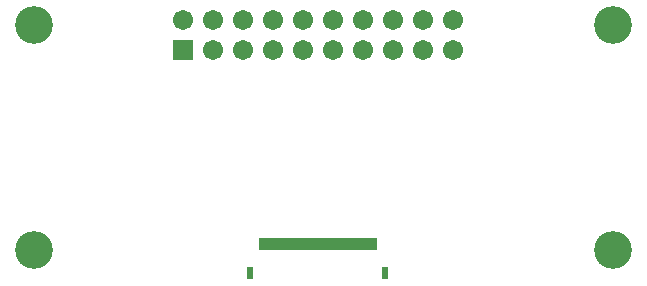
<source format=gts>
G04*
G04 #@! TF.GenerationSoftware,Altium Limited,Altium Designer,23.8.1 (32)*
G04*
G04 Layer_Color=8388736*
%FSLAX44Y44*%
%MOMM*%
G71*
G04*
G04 #@! TF.SameCoordinates,E5E329DE-7035-4BFE-8E71-FBE8A5C100D7*
G04*
G04*
G04 #@! TF.FilePolarity,Negative*
G04*
G01*
G75*
%ADD14R,0.5032X1.0032*%
%ADD15R,0.6032X1.0032*%
%ADD16C,1.7032*%
%ADD17R,1.7032X1.7032*%
%ADD18C,3.2032*%
D14*
X317500Y35220D02*
D03*
X312500D02*
D03*
X307500D02*
D03*
X302500D02*
D03*
X297500D02*
D03*
X292500D02*
D03*
X287500D02*
D03*
X282500D02*
D03*
X277500D02*
D03*
X272500D02*
D03*
X267500D02*
D03*
X262500D02*
D03*
X257500D02*
D03*
X252500D02*
D03*
X247500D02*
D03*
X242500D02*
D03*
X237500D02*
D03*
X232500D02*
D03*
X227500D02*
D03*
X222500D02*
D03*
D15*
X327000Y10220D02*
D03*
X213000D02*
D03*
D16*
X155700Y224840D02*
D03*
X231900D02*
D03*
X206500D02*
D03*
X308100D02*
D03*
X282700D02*
D03*
X384300D02*
D03*
X358900D02*
D03*
X206500Y199440D02*
D03*
X231900D02*
D03*
X282700D02*
D03*
X308100D02*
D03*
X358900D02*
D03*
X384300D02*
D03*
X257300Y224840D02*
D03*
X181100D02*
D03*
X333500D02*
D03*
X181100Y199440D02*
D03*
X257300D02*
D03*
X333500D02*
D03*
D17*
X155700D02*
D03*
D18*
X520000Y30000D02*
D03*
Y220000D02*
D03*
X30000D02*
D03*
Y30000D02*
D03*
M02*

</source>
